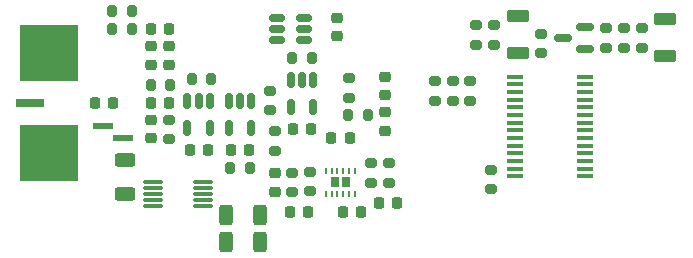
<source format=gbr>
%TF.GenerationSoftware,KiCad,Pcbnew,8.0.6*%
%TF.CreationDate,2024-12-01T10:06:18+07:00*%
%TF.ProjectId,ADC_pHAT_AFE_ADC10080,4144435f-7048-4415-945f-4146455f4144,rev?*%
%TF.SameCoordinates,PX5cbead0PY5705d50*%
%TF.FileFunction,Paste,Top*%
%TF.FilePolarity,Positive*%
%FSLAX46Y46*%
G04 Gerber Fmt 4.6, Leading zero omitted, Abs format (unit mm)*
G04 Created by KiCad (PCBNEW 8.0.6) date 2024-12-01 10:06:18*
%MOMM*%
%LPD*%
G01*
G04 APERTURE LIST*
G04 Aperture macros list*
%AMRoundRect*
0 Rectangle with rounded corners*
0 $1 Rounding radius*
0 $2 $3 $4 $5 $6 $7 $8 $9 X,Y pos of 4 corners*
0 Add a 4 corners polygon primitive as box body*
4,1,4,$2,$3,$4,$5,$6,$7,$8,$9,$2,$3,0*
0 Add four circle primitives for the rounded corners*
1,1,$1+$1,$2,$3*
1,1,$1+$1,$4,$5*
1,1,$1+$1,$6,$7*
1,1,$1+$1,$8,$9*
0 Add four rect primitives between the rounded corners*
20,1,$1+$1,$2,$3,$4,$5,0*
20,1,$1+$1,$4,$5,$6,$7,0*
20,1,$1+$1,$6,$7,$8,$9,0*
20,1,$1+$1,$8,$9,$2,$3,0*%
G04 Aperture macros list end*
%ADD10RoundRect,0.150000X0.587500X0.150000X-0.587500X0.150000X-0.587500X-0.150000X0.587500X-0.150000X0*%
%ADD11RoundRect,0.200000X0.275000X-0.200000X0.275000X0.200000X-0.275000X0.200000X-0.275000X-0.200000X0*%
%ADD12RoundRect,0.225000X0.225000X0.250000X-0.225000X0.250000X-0.225000X-0.250000X0.225000X-0.250000X0*%
%ADD13RoundRect,0.218750X-0.256250X0.218750X-0.256250X-0.218750X0.256250X-0.218750X0.256250X0.218750X0*%
%ADD14RoundRect,0.225000X-0.250000X0.225000X-0.250000X-0.225000X0.250000X-0.225000X0.250000X0.225000X0*%
%ADD15RoundRect,0.200000X0.200000X0.275000X-0.200000X0.275000X-0.200000X-0.275000X0.200000X-0.275000X0*%
%ADD16RoundRect,0.200000X-0.275000X0.200000X-0.275000X-0.200000X0.275000X-0.200000X0.275000X0.200000X0*%
%ADD17RoundRect,0.218750X0.256250X-0.218750X0.256250X0.218750X-0.256250X0.218750X-0.256250X-0.218750X0*%
%ADD18RoundRect,0.150000X0.512500X0.150000X-0.512500X0.150000X-0.512500X-0.150000X0.512500X-0.150000X0*%
%ADD19R,0.800000X0.950000*%
%ADD20RoundRect,0.062500X0.062500X-0.187500X0.062500X0.187500X-0.062500X0.187500X-0.062500X-0.187500X0*%
%ADD21RoundRect,0.200000X-0.200000X-0.275000X0.200000X-0.275000X0.200000X0.275000X-0.200000X0.275000X0*%
%ADD22R,2.350000X0.700000*%
%ADD23R,4.900000X4.800000*%
%ADD24RoundRect,0.250000X-0.700000X0.275000X-0.700000X-0.275000X0.700000X-0.275000X0.700000X0.275000X0*%
%ADD25RoundRect,0.075000X0.737500X0.075000X-0.737500X0.075000X-0.737500X-0.075000X0.737500X-0.075000X0*%
%ADD26RoundRect,0.225000X-0.225000X-0.250000X0.225000X-0.250000X0.225000X0.250000X-0.225000X0.250000X0*%
%ADD27R,1.475000X0.450000*%
%ADD28RoundRect,0.250000X-0.312500X-0.625000X0.312500X-0.625000X0.312500X0.625000X-0.312500X0.625000X0*%
%ADD29RoundRect,0.225000X0.250000X-0.225000X0.250000X0.225000X-0.250000X0.225000X-0.250000X-0.225000X0*%
%ADD30RoundRect,0.250000X0.625000X-0.312500X0.625000X0.312500X-0.625000X0.312500X-0.625000X-0.312500X0*%
%ADD31R,1.750000X0.600000*%
%ADD32RoundRect,0.150000X-0.150000X0.512500X-0.150000X-0.512500X0.150000X-0.512500X0.150000X0.512500X0*%
G04 APERTURE END LIST*
D10*
%TO.C,U2*%
X48187500Y19550000D03*
X48187500Y21450000D03*
X46312500Y20500000D03*
%TD*%
D11*
%TO.C,R2*%
X50000000Y19675000D03*
X50000000Y21325000D03*
%TD*%
D12*
%TO.C,C15*%
X29275000Y5750000D03*
X27725000Y5750000D03*
%TD*%
D13*
%TO.C,D3*%
X31250000Y14187500D03*
X31250000Y12612500D03*
%TD*%
D14*
%TO.C,C13*%
X22000000Y9025000D03*
X22000000Y7475000D03*
%TD*%
D15*
%TO.C,R11*%
X25075000Y18750000D03*
X23425000Y18750000D03*
%TD*%
D11*
%TO.C,C9*%
X38500000Y15175000D03*
X38500000Y16825000D03*
%TD*%
D16*
%TO.C,R14*%
X21500000Y16025000D03*
X21500000Y14375000D03*
%TD*%
D11*
%TO.C,R3*%
X30100000Y8225000D03*
X30100000Y9875000D03*
%TD*%
D17*
%TO.C,D2*%
X13000000Y18212500D03*
X13000000Y19787500D03*
%TD*%
D15*
%TO.C,R5*%
X9825000Y21250000D03*
X8175000Y21250000D03*
%TD*%
D18*
%TO.C,U8*%
X24387500Y20300000D03*
X24387500Y21250000D03*
X24387500Y22200000D03*
X22112500Y22200000D03*
X22112500Y21250000D03*
X22112500Y20300000D03*
%TD*%
D13*
%TO.C,D1*%
X11500000Y19787500D03*
X11500000Y18212500D03*
%TD*%
D19*
%TO.C,U3*%
X27000000Y8250000D03*
X28000000Y8250000D03*
D20*
X26250000Y7300000D03*
X26750000Y7300000D03*
X27250000Y7300000D03*
X27750000Y7300000D03*
X28250000Y7300000D03*
X28750000Y7300000D03*
X28750000Y9200000D03*
X28250000Y9200000D03*
X27750000Y9200000D03*
X27250000Y9200000D03*
X26750000Y9200000D03*
X26250000Y9200000D03*
%TD*%
D21*
%TO.C,R19*%
X14925000Y17000000D03*
X16575000Y17000000D03*
%TD*%
D22*
%TO.C,J3*%
X1250000Y15000000D03*
D23*
X2825000Y19250000D03*
X2825000Y10750000D03*
%TD*%
D24*
%TO.C,FB2*%
X55000000Y22075000D03*
X55000000Y18925000D03*
%TD*%
D25*
%TO.C,U4*%
X15862500Y6250000D03*
X15862500Y6750000D03*
X15862500Y7250000D03*
X15862500Y7750000D03*
X15862500Y8250000D03*
X11637500Y8250000D03*
X11637500Y7750000D03*
X11637500Y7250000D03*
X11637500Y6750000D03*
X11637500Y6250000D03*
%TD*%
D26*
%TO.C,C18*%
X11475000Y15000000D03*
X13025000Y15000000D03*
%TD*%
D21*
%TO.C,R13*%
X28175000Y14000000D03*
X29825000Y14000000D03*
%TD*%
D11*
%TO.C,C3*%
X53000000Y19675000D03*
X53000000Y21325000D03*
%TD*%
D27*
%TO.C,IC1*%
X42307000Y17215000D03*
X42307000Y16565000D03*
X42307000Y15915000D03*
X42307000Y15265000D03*
X42307000Y14615000D03*
X42307000Y13965000D03*
X42307000Y13315000D03*
X42307000Y12665000D03*
X42307000Y12015000D03*
X42307000Y11365000D03*
X42307000Y10715000D03*
X42307000Y10065000D03*
X42307000Y9415000D03*
X42307000Y8765000D03*
X48183000Y8765000D03*
X48183000Y9415000D03*
X48183000Y10065000D03*
X48183000Y10715000D03*
X48183000Y11365000D03*
X48183000Y12015000D03*
X48183000Y12665000D03*
X48183000Y13315000D03*
X48183000Y13965000D03*
X48183000Y14615000D03*
X48183000Y15265000D03*
X48183000Y15915000D03*
X48183000Y16565000D03*
X48183000Y17215000D03*
%TD*%
D11*
%TO.C,C7*%
X35500000Y15175000D03*
X35500000Y16825000D03*
%TD*%
%TO.C,C2*%
X40500000Y19925000D03*
X40500000Y21575000D03*
%TD*%
%TO.C,C1*%
X39000000Y19925000D03*
X39000000Y21575000D03*
%TD*%
D28*
%TO.C,R8*%
X17787500Y3250000D03*
X20712500Y3250000D03*
%TD*%
D29*
%TO.C,C23*%
X31250000Y15625000D03*
X31250000Y17175000D03*
%TD*%
D21*
%TO.C,R12*%
X11425000Y16500000D03*
X13075000Y16500000D03*
%TD*%
D12*
%TO.C,C8*%
X24775000Y5750000D03*
X23225000Y5750000D03*
%TD*%
D11*
%TO.C,C4*%
X51500000Y19675000D03*
X51500000Y21325000D03*
%TD*%
D16*
%TO.C,R18*%
X28250000Y17075000D03*
X28250000Y15425000D03*
%TD*%
D26*
%TO.C,C21*%
X6725000Y15000000D03*
X8275000Y15000000D03*
%TD*%
D16*
%TO.C,R7*%
X24910000Y9150000D03*
X24910000Y7500000D03*
%TD*%
D14*
%TO.C,C22*%
X11500000Y13525000D03*
X11500000Y11975000D03*
%TD*%
D12*
%TO.C,C17*%
X16275000Y11000000D03*
X14725000Y11000000D03*
%TD*%
%TO.C,C20*%
X25025000Y12750000D03*
X23475000Y12750000D03*
%TD*%
D11*
%TO.C,C6*%
X37000000Y15175000D03*
X37000000Y16825000D03*
%TD*%
D30*
%TO.C,R9*%
X9250000Y7237500D03*
X9250000Y10162500D03*
%TD*%
D11*
%TO.C,R4*%
X31600000Y8225000D03*
X31600000Y9875000D03*
%TD*%
D31*
%TO.C,J1*%
X9125000Y12000000D03*
X7375000Y13000000D03*
%TD*%
D12*
%TO.C,C19*%
X19775000Y11000000D03*
X18225000Y11000000D03*
%TD*%
D32*
%TO.C,U6*%
X16450000Y15137500D03*
X15500000Y15137500D03*
X14550000Y15137500D03*
X14550000Y12862500D03*
X16450000Y12862500D03*
%TD*%
D16*
%TO.C,R17*%
X22000000Y12575000D03*
X22000000Y10925000D03*
%TD*%
%TO.C,C10*%
X40250000Y9325000D03*
X40250000Y7675000D03*
%TD*%
D11*
%TO.C,C5*%
X44500000Y19175000D03*
X44500000Y20825000D03*
%TD*%
D12*
%TO.C,C16*%
X13025000Y21250000D03*
X11475000Y21250000D03*
%TD*%
D21*
%TO.C,R10*%
X18175000Y9500000D03*
X19825000Y9500000D03*
%TD*%
D15*
%TO.C,R6*%
X9825000Y22750000D03*
X8175000Y22750000D03*
%TD*%
D16*
%TO.C,R1*%
X23410000Y9075000D03*
X23410000Y7425000D03*
%TD*%
D26*
%TO.C,C12*%
X26725000Y12000000D03*
X28275000Y12000000D03*
%TD*%
%TO.C,C14*%
X30775000Y6500000D03*
X32325000Y6500000D03*
%TD*%
D24*
%TO.C,FB1*%
X42500000Y22325000D03*
X42500000Y19175000D03*
%TD*%
D32*
%TO.C,U5*%
X25200000Y16887500D03*
X24250000Y16887500D03*
X23300000Y16887500D03*
X23300000Y14612500D03*
X25200000Y14612500D03*
%TD*%
D28*
%TO.C,R16*%
X17787500Y5500000D03*
X20712500Y5500000D03*
%TD*%
D11*
%TO.C,R15*%
X13000000Y11925000D03*
X13000000Y13575000D03*
%TD*%
D14*
%TO.C,C24*%
X27200000Y22175000D03*
X27200000Y20625000D03*
%TD*%
D32*
%TO.C,U7*%
X19950000Y15137500D03*
X19000000Y15137500D03*
X18050000Y15137500D03*
X18050000Y12862500D03*
X19950000Y12862500D03*
%TD*%
M02*

</source>
